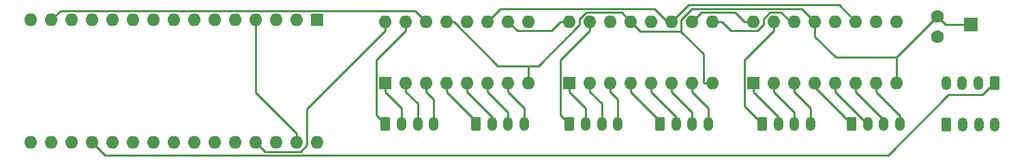
<source format=gbr>
%TF.GenerationSoftware,KiCad,Pcbnew,7.0.10*%
%TF.CreationDate,2024-06-02T15:41:47+02:00*%
%TF.ProjectId,eBoard_pcb,65426f61-7264-45f7-9063-622e6b696361,rev?*%
%TF.SameCoordinates,Original*%
%TF.FileFunction,Copper,L2,Bot*%
%TF.FilePolarity,Positive*%
%FSLAX46Y46*%
G04 Gerber Fmt 4.6, Leading zero omitted, Abs format (unit mm)*
G04 Created by KiCad (PCBNEW 7.0.10) date 2024-06-02 15:41:47*
%MOMM*%
%LPD*%
G01*
G04 APERTURE LIST*
G04 Aperture macros list*
%AMRoundRect*
0 Rectangle with rounded corners*
0 $1 Rounding radius*
0 $2 $3 $4 $5 $6 $7 $8 $9 X,Y pos of 4 corners*
0 Add a 4 corners polygon primitive as box body*
4,1,4,$2,$3,$4,$5,$6,$7,$8,$9,$2,$3,0*
0 Add four circle primitives for the rounded corners*
1,1,$1+$1,$2,$3*
1,1,$1+$1,$4,$5*
1,1,$1+$1,$6,$7*
1,1,$1+$1,$8,$9*
0 Add four rect primitives between the rounded corners*
20,1,$1+$1,$2,$3,$4,$5,0*
20,1,$1+$1,$4,$5,$6,$7,0*
20,1,$1+$1,$6,$7,$8,$9,0*
20,1,$1+$1,$8,$9,$2,$3,0*%
G04 Aperture macros list end*
%TA.AperFunction,ComponentPad*%
%ADD10RoundRect,0.250000X-0.350000X-0.625000X0.350000X-0.625000X0.350000X0.625000X-0.350000X0.625000X0*%
%TD*%
%TA.AperFunction,ComponentPad*%
%ADD11O,1.200000X1.750000*%
%TD*%
%TA.AperFunction,ComponentPad*%
%ADD12R,1.600000X1.600000*%
%TD*%
%TA.AperFunction,ComponentPad*%
%ADD13O,1.600000X1.600000*%
%TD*%
%TA.AperFunction,ComponentPad*%
%ADD14RoundRect,0.250000X0.350000X0.625000X-0.350000X0.625000X-0.350000X-0.625000X0.350000X-0.625000X0*%
%TD*%
%TA.AperFunction,ComponentPad*%
%ADD15C,1.600000*%
%TD*%
%TA.AperFunction,ComponentPad*%
%ADD16R,1.700000X1.700000*%
%TD*%
%TA.AperFunction,Conductor*%
%ADD17C,0.250000*%
%TD*%
G04 APERTURE END LIST*
D10*
%TO.P,J5,1,Pin_1*%
%TO.N,Net-(J5-Pin_1)*%
X199200000Y-71744500D03*
D11*
%TO.P,J5,2,Pin_2*%
%TO.N,Net-(J5-Pin_2)*%
X201200000Y-71744500D03*
%TO.P,J5,3,Pin_3*%
%TO.N,Net-(J5-Pin_3)*%
X203200000Y-71744500D03*
%TO.P,J5,4,Pin_4*%
%TO.N,Net-(J5-Pin_4)*%
X205200000Y-71744500D03*
%TD*%
D12*
%TO.P,A1,1,TX1*%
%TO.N,unconnected-(A1-TX1-Pad1)*%
X143930000Y-58820000D03*
D13*
%TO.P,A1,2,RX1*%
%TO.N,unconnected-(A1-RX1-Pad2)*%
X141390000Y-58820000D03*
%TO.P,A1,3,~{RESET}*%
%TO.N,unconnected-(A1-~{RESET}-Pad3)*%
X138850000Y-58820000D03*
%TO.P,A1,4,GND*%
%TO.N,GND*%
X136310000Y-58820000D03*
%TO.P,A1,5,D2*%
%TO.N,unconnected-(A1-D2-Pad5)*%
X133770000Y-58820000D03*
%TO.P,A1,6,D3*%
%TO.N,unconnected-(A1-D3-Pad6)*%
X131230000Y-58820000D03*
%TO.P,A1,7,D4*%
%TO.N,led_latch*%
X128690000Y-58820000D03*
%TO.P,A1,8,D5*%
%TO.N,hall_latch*%
X126150000Y-58820000D03*
%TO.P,A1,9,D6*%
%TO.N,unconnected-(A1-D6-Pad9)*%
X123610000Y-58820000D03*
%TO.P,A1,10,D7*%
%TO.N,unconnected-(A1-D7-Pad10)*%
X121070000Y-58820000D03*
%TO.P,A1,11,D8*%
%TO.N,unconnected-(A1-D8-Pad11)*%
X118530000Y-58820000D03*
%TO.P,A1,12,D9*%
%TO.N,unconnected-(A1-D9-Pad12)*%
X115990000Y-58820000D03*
%TO.P,A1,13,D10*%
%TO.N,unconnected-(A1-D10-Pad13)*%
X113450000Y-58820000D03*
%TO.P,A1,14,MOSI*%
%TO.N,data_in*%
X110910000Y-58820000D03*
%TO.P,A1,15,MISO*%
%TO.N,unconnected-(A1-MISO-Pad15)*%
X108370000Y-58820000D03*
%TO.P,A1,16,SCK*%
%TO.N,clck*%
X108370000Y-74060000D03*
%TO.P,A1,17,3V3*%
%TO.N,unconnected-(A1-3V3-Pad17)*%
X110910000Y-74060000D03*
%TO.P,A1,18,AREF*%
%TO.N,unconnected-(A1-AREF-Pad18)*%
X113450000Y-74060000D03*
%TO.P,A1,19,A0*%
%TO.N,Net-(A1-A0)*%
X115990000Y-74060000D03*
%TO.P,A1,20,A1*%
%TO.N,Net-(A1-A1)*%
X118530000Y-74060000D03*
%TO.P,A1,21,A2*%
%TO.N,Net-(A1-A2)*%
X121070000Y-74060000D03*
%TO.P,A1,22,A3*%
%TO.N,Net-(A1-A3)*%
X123610000Y-74060000D03*
%TO.P,A1,23,SDA/A4*%
%TO.N,Net-(A1-SDA{slash}A4)*%
X126150000Y-74060000D03*
%TO.P,A1,24,SCL/A5*%
%TO.N,Net-(A1-SCL{slash}A5)*%
X128690000Y-74060000D03*
%TO.P,A1,25,A6*%
%TO.N,Net-(A1-A6)*%
X131230000Y-74060000D03*
%TO.P,A1,26,A7*%
%TO.N,Net-(A1-A7)*%
X133770000Y-74060000D03*
%TO.P,A1,27,+5V*%
%TO.N,Vcc*%
X136310000Y-74060000D03*
%TO.P,A1,28,~{RESET}*%
%TO.N,unconnected-(A1-~{RESET}-Pad28)*%
X138850000Y-74060000D03*
%TO.P,A1,29,GND*%
%TO.N,GND*%
X141390000Y-74060000D03*
%TO.P,A1,30,VIN*%
%TO.N,unconnected-(A1-VIN-Pad30)*%
X143930000Y-74060000D03*
%TD*%
D10*
%TO.P,J3,1,Pin_1*%
%TO.N,Net-(J3-Pin_1)*%
X175260000Y-71744500D03*
D11*
%TO.P,J3,2,Pin_2*%
%TO.N,Net-(J3-Pin_2)*%
X177260000Y-71744500D03*
%TO.P,J3,3,Pin_3*%
%TO.N,Net-(J3-Pin_3)*%
X179260000Y-71744500D03*
%TO.P,J3,4,Pin_4*%
%TO.N,Net-(J3-Pin_4)*%
X181260000Y-71744500D03*
%TD*%
D12*
%TO.P,U2,1,QB*%
%TO.N,Net-(J3-Pin_2)*%
X175260000Y-66664500D03*
D13*
%TO.P,U2,2,QC*%
%TO.N,Net-(J3-Pin_3)*%
X177800000Y-66664500D03*
%TO.P,U2,3,QD*%
%TO.N,Net-(J3-Pin_4)*%
X180340000Y-66664500D03*
%TO.P,U2,4,QE*%
%TO.N,Net-(J4-Pin_1)*%
X182880000Y-66664500D03*
%TO.P,U2,5,QF*%
%TO.N,Net-(J4-Pin_2)*%
X185420000Y-66664500D03*
%TO.P,U2,6,QG*%
%TO.N,Net-(J4-Pin_3)*%
X187960000Y-66664500D03*
%TO.P,U2,7,QH*%
%TO.N,Net-(J4-Pin_4)*%
X190500000Y-66664500D03*
%TO.P,U2,8,GND*%
%TO.N,GND*%
X193040000Y-66664500D03*
%TO.P,U2,9,QH'*%
%TO.N,ovflw2*%
X193040000Y-59044500D03*
%TO.P,U2,10,~{SRCLR}*%
%TO.N,Vcc*%
X190500000Y-59044500D03*
%TO.P,U2,11,SRCLK*%
%TO.N,clck*%
X187960000Y-59044500D03*
%TO.P,U2,12,RCLK*%
%TO.N,led_latch*%
X185420000Y-59044500D03*
%TO.P,U2,13,~{OE}*%
%TO.N,GND*%
X182880000Y-59044500D03*
%TO.P,U2,14,SER*%
%TO.N,ovflw1*%
X180340000Y-59044500D03*
%TO.P,U2,15,QA*%
%TO.N,Net-(J3-Pin_1)*%
X177800000Y-59044500D03*
%TO.P,U2,16,VCC*%
%TO.N,Vcc*%
X175260000Y-59044500D03*
%TD*%
D14*
%TO.P,J8,1,Pin_1*%
%TO.N,Net-(A1-A0)*%
X228041100Y-66653100D03*
D11*
%TO.P,J8,2,Pin_2*%
%TO.N,Net-(A1-A1)*%
X226041100Y-66653100D03*
%TO.P,J8,3,Pin_3*%
%TO.N,Net-(A1-A2)*%
X224041100Y-66653100D03*
%TO.P,J8,4,Pin_4*%
%TO.N,Net-(A1-A3)*%
X222041100Y-66653100D03*
%TD*%
D10*
%TO.P,J9,1,Pin_1*%
%TO.N,Net-(A1-SDA{slash}A4)*%
X222100100Y-71841600D03*
D11*
%TO.P,J9,2,Pin_2*%
%TO.N,Net-(A1-SCL{slash}A5)*%
X224100100Y-71841600D03*
%TO.P,J9,3,Pin_3*%
%TO.N,Net-(A1-A6)*%
X226100100Y-71841600D03*
%TO.P,J9,4,Pin_4*%
%TO.N,Net-(A1-A7)*%
X228100100Y-71841600D03*
%TD*%
D10*
%TO.P,J4,1,Pin_1*%
%TO.N,Net-(J4-Pin_1)*%
X186500000Y-71744500D03*
D11*
%TO.P,J4,2,Pin_2*%
%TO.N,Net-(J4-Pin_2)*%
X188500000Y-71744500D03*
%TO.P,J4,3,Pin_3*%
%TO.N,Net-(J4-Pin_3)*%
X190500000Y-71744500D03*
%TO.P,J4,4,Pin_4*%
%TO.N,Net-(J4-Pin_4)*%
X192500000Y-71744500D03*
%TD*%
D12*
%TO.P,U3,1,QB*%
%TO.N,Net-(J5-Pin_2)*%
X198120000Y-66664500D03*
D13*
%TO.P,U3,2,QC*%
%TO.N,Net-(J5-Pin_3)*%
X200660000Y-66664500D03*
%TO.P,U3,3,QD*%
%TO.N,Net-(J5-Pin_4)*%
X203200000Y-66664500D03*
%TO.P,U3,4,QE*%
%TO.N,Net-(J6-Pin_1)*%
X205740000Y-66664500D03*
%TO.P,U3,5,QF*%
%TO.N,Net-(J6-Pin_2)*%
X208280000Y-66664500D03*
%TO.P,U3,6,QG*%
%TO.N,Net-(J6-Pin_3)*%
X210820000Y-66664500D03*
%TO.P,U3,7,QH*%
%TO.N,Net-(J6-Pin_4)*%
X213360000Y-66664500D03*
%TO.P,U3,8,GND*%
%TO.N,GND*%
X215900000Y-66664500D03*
%TO.P,U3,9,QH'*%
%TO.N,unconnected-(U3-QH'-Pad9)*%
X215900000Y-59044500D03*
%TO.P,U3,10,~{SRCLR}*%
%TO.N,Vcc*%
X213360000Y-59044500D03*
%TO.P,U3,11,SRCLK*%
%TO.N,clck*%
X210820000Y-59044500D03*
%TO.P,U3,12,RCLK*%
%TO.N,led_latch*%
X208280000Y-59044500D03*
%TO.P,U3,13,~{OE}*%
%TO.N,GND*%
X205740000Y-59044500D03*
%TO.P,U3,14,SER*%
%TO.N,ovflw2*%
X203200000Y-59044500D03*
%TO.P,U3,15,QA*%
%TO.N,Net-(J5-Pin_1)*%
X200660000Y-59044500D03*
%TO.P,U3,16,VCC*%
%TO.N,Vcc*%
X198120000Y-59044500D03*
%TD*%
D10*
%TO.P,J2,1,Pin_1*%
%TO.N,Net-(J2-Pin_1)*%
X163640000Y-71744500D03*
D11*
%TO.P,J2,2,Pin_2*%
%TO.N,Net-(J2-Pin_2)*%
X165640000Y-71744500D03*
%TO.P,J2,3,Pin_3*%
%TO.N,Net-(J2-Pin_3)*%
X167640000Y-71744500D03*
%TO.P,J2,4,Pin_4*%
%TO.N,Net-(J2-Pin_4)*%
X169640000Y-71744500D03*
%TD*%
D10*
%TO.P,J1,1,Pin_1*%
%TO.N,Net-(J1-Pin_1)*%
X152400000Y-71744500D03*
D11*
%TO.P,J1,2,Pin_2*%
%TO.N,Net-(J1-Pin_2)*%
X154400000Y-71744500D03*
%TO.P,J1,3,Pin_3*%
%TO.N,Net-(J1-Pin_3)*%
X156400000Y-71744500D03*
%TO.P,J1,4,Pin_4*%
%TO.N,Net-(J1-Pin_4)*%
X158400000Y-71744500D03*
%TD*%
D12*
%TO.P,U1,1,QB*%
%TO.N,Net-(J1-Pin_2)*%
X152400000Y-66664500D03*
D13*
%TO.P,U1,2,QC*%
%TO.N,Net-(J1-Pin_3)*%
X154940000Y-66664500D03*
%TO.P,U1,3,QD*%
%TO.N,Net-(J1-Pin_4)*%
X157480000Y-66664500D03*
%TO.P,U1,4,QE*%
%TO.N,Net-(J2-Pin_1)*%
X160020000Y-66664500D03*
%TO.P,U1,5,QF*%
%TO.N,Net-(J2-Pin_2)*%
X162560000Y-66664500D03*
%TO.P,U1,6,QG*%
%TO.N,Net-(J2-Pin_3)*%
X165100000Y-66664500D03*
%TO.P,U1,7,QH*%
%TO.N,Net-(J2-Pin_4)*%
X167640000Y-66664500D03*
%TO.P,U1,8,GND*%
%TO.N,GND*%
X170180000Y-66664500D03*
%TO.P,U1,9,QH'*%
%TO.N,ovflw1*%
X170180000Y-59044500D03*
%TO.P,U1,10,~{SRCLR}*%
%TO.N,Vcc*%
X167640000Y-59044500D03*
%TO.P,U1,11,SRCLK*%
%TO.N,clck*%
X165100000Y-59044500D03*
%TO.P,U1,12,RCLK*%
%TO.N,hall_latch*%
X162560000Y-59044500D03*
%TO.P,U1,13,~{OE}*%
%TO.N,GND*%
X160020000Y-59044500D03*
%TO.P,U1,14,SER*%
%TO.N,data_in*%
X157480000Y-59044500D03*
%TO.P,U1,15,QA*%
%TO.N,Net-(J1-Pin_1)*%
X154940000Y-59044500D03*
%TO.P,U1,16,VCC*%
%TO.N,Vcc*%
X152400000Y-59044500D03*
%TD*%
D15*
%TO.P,C2,1*%
%TO.N,Vcc*%
X220980000Y-60920000D03*
%TO.P,C2,2*%
%TO.N,GND*%
X220980000Y-58420000D03*
%TD*%
D16*
%TO.P,J7,1,Pin_1*%
%TO.N,GND*%
X225101900Y-59425200D03*
%TD*%
D10*
%TO.P,J6,1,Pin_1*%
%TO.N,Net-(J6-Pin_1)*%
X210280000Y-71744500D03*
D11*
%TO.P,J6,2,Pin_2*%
%TO.N,Net-(J6-Pin_2)*%
X212280000Y-71744500D03*
%TO.P,J6,3,Pin_3*%
%TO.N,Net-(J6-Pin_3)*%
X214280000Y-71744500D03*
%TO.P,J6,4,Pin_4*%
%TO.N,Net-(J6-Pin_4)*%
X216280000Y-71744500D03*
%TD*%
D17*
%TO.N,Net-(J4-Pin_2)*%
X188500000Y-71744500D02*
X188500000Y-70871600D01*
X188171000Y-70542600D02*
X188171000Y-70542400D01*
X188171000Y-70542400D02*
X185420000Y-67791400D01*
X188500000Y-70871600D02*
X188171000Y-70542600D01*
X185420000Y-67791400D02*
X185420000Y-66664500D01*
%TO.N,GND*%
X220980000Y-58420000D02*
X215900000Y-63500000D01*
X166388000Y-64518800D02*
X160913700Y-59044500D01*
X177343000Y-57887900D02*
X181723400Y-57887900D01*
X176530000Y-59389900D02*
X176530000Y-58700500D01*
X189085000Y-58819100D02*
X189085000Y-60171300D01*
X191913000Y-63063100D02*
X191913000Y-66664500D01*
X191913000Y-66664500D02*
X193040000Y-66664500D01*
X189053000Y-60203300D02*
X191913000Y-63063100D01*
X184038800Y-60203300D02*
X189053000Y-60203300D01*
X136310000Y-67853100D02*
X136310000Y-58820000D01*
X215900000Y-63500000D02*
X215900000Y-66664500D01*
X204123600Y-57428100D02*
X190476000Y-57428100D01*
X171401000Y-64518800D02*
X176530000Y-59389900D01*
X225102000Y-59425200D02*
X225101900Y-59425200D01*
X205740000Y-59044500D02*
X204123600Y-57428100D01*
X176530000Y-58700500D02*
X177343000Y-57887900D01*
X141390000Y-72933100D02*
X136310000Y-67853100D01*
X189085000Y-60171300D02*
X189053000Y-60203300D01*
X160913700Y-59044500D02*
X160020000Y-59044500D01*
X225101900Y-59425200D02*
X221985000Y-59425200D01*
X141390000Y-74060000D02*
X141390000Y-72933100D01*
X205740000Y-60904750D02*
X208335250Y-63500000D01*
X170180000Y-66664500D02*
X170180000Y-64518800D01*
X182880000Y-59044500D02*
X184038800Y-60203300D01*
X205740000Y-59044500D02*
X205740000Y-60904750D01*
X181723400Y-57887900D02*
X182880000Y-59044500D01*
X190476000Y-57428100D02*
X189085000Y-58819100D01*
X170180000Y-64518800D02*
X171401000Y-64518800D01*
X170180000Y-64518800D02*
X166388000Y-64518800D01*
X221985000Y-59425200D02*
X220980000Y-58420000D01*
X208335250Y-63500000D02*
X215900000Y-63500000D01*
%TO.N,data_in*%
X112042500Y-57687500D02*
X156123000Y-57687500D01*
X110910000Y-58820000D02*
X112042500Y-57687500D01*
X156123000Y-57687500D02*
X157480000Y-59044500D01*
%TO.N,clck*%
X187960000Y-59044500D02*
X187457500Y-59044500D01*
X187457500Y-59044500D02*
X185842800Y-57429800D01*
X208731100Y-56955600D02*
X190049000Y-56955600D01*
X185842800Y-57429800D02*
X166714700Y-57429800D01*
X210820000Y-59044500D02*
X208731100Y-56955600D01*
X190049000Y-56955600D02*
X187960000Y-59044500D01*
X166714700Y-57429800D02*
X165100000Y-59044500D01*
%TO.N,Net-(J1-Pin_1)*%
X151273000Y-63838300D02*
X151273000Y-70617600D01*
X154940000Y-60171400D02*
X151273000Y-63838300D01*
X151273000Y-70617600D02*
X152400000Y-71744500D01*
X154940000Y-59044500D02*
X154940000Y-60171400D01*
%TO.N,Net-(J1-Pin_2)*%
X152400000Y-66664500D02*
X152400000Y-67791400D01*
X152400000Y-67791400D02*
X154400000Y-69791400D01*
X154400000Y-69791400D02*
X154400000Y-71744500D01*
%TO.N,Net-(J1-Pin_3)*%
X154940000Y-67791400D02*
X156400000Y-69251400D01*
X154940000Y-66664500D02*
X154940000Y-67791400D01*
X156400000Y-69251400D02*
X156400000Y-71744500D01*
%TO.N,Net-(J1-Pin_4)*%
X158400000Y-68711400D02*
X158400000Y-71744500D01*
X157480000Y-66664500D02*
X157480000Y-67791400D01*
X157480000Y-67791400D02*
X158400000Y-68711400D01*
%TO.N,Net-(J2-Pin_1)*%
X160020000Y-66664500D02*
X160020000Y-67791400D01*
X160020000Y-67791400D02*
X163640000Y-71411400D01*
X163640000Y-71411400D02*
X163640000Y-71744500D01*
%TO.N,Net-(J2-Pin_2)*%
X165311000Y-70542600D02*
X165311000Y-70542400D01*
X165640000Y-70871600D02*
X165311000Y-70542600D01*
X162560000Y-67791400D02*
X162560000Y-66664500D01*
X165640000Y-71744500D02*
X165640000Y-70871600D01*
X165311000Y-70542400D02*
X162560000Y-67791400D01*
%TO.N,Net-(J2-Pin_3)*%
X167640000Y-71744500D02*
X167640000Y-70331400D01*
X165100000Y-67791400D02*
X165100000Y-66664500D01*
X167640000Y-70331400D02*
X165100000Y-67791400D01*
%TO.N,Net-(J2-Pin_4)*%
X167640000Y-66664500D02*
X167640000Y-67791400D01*
X167640000Y-67791400D02*
X169640000Y-69791400D01*
X169640000Y-69791400D02*
X169640000Y-71744500D01*
%TO.N,Net-(J3-Pin_1)*%
X177800000Y-60171400D02*
X174133000Y-63838300D01*
X174133000Y-70617600D02*
X175260000Y-71744500D01*
X174133000Y-63838300D02*
X174133000Y-70617600D01*
X177800000Y-59044500D02*
X177800000Y-60171400D01*
%TO.N,Net-(J3-Pin_2)*%
X177260000Y-69791400D02*
X177260000Y-71744500D01*
X175260000Y-67791400D02*
X177260000Y-69791400D01*
X175260000Y-66664500D02*
X175260000Y-67791400D01*
%TO.N,Net-(J3-Pin_3)*%
X177800000Y-67791400D02*
X179260000Y-69251400D01*
X177800000Y-66664500D02*
X177800000Y-67791400D01*
X179260000Y-69251400D02*
X179260000Y-71744500D01*
%TO.N,Net-(J3-Pin_4)*%
X180340000Y-66664500D02*
X180340000Y-67791400D01*
X181260000Y-68711400D02*
X181260000Y-71744500D01*
X180340000Y-67791400D02*
X181260000Y-68711400D01*
%TO.N,Net-(J4-Pin_1)*%
X186500000Y-71411400D02*
X186500000Y-71744500D01*
X182880000Y-67791400D02*
X186500000Y-71411400D01*
X182880000Y-66664500D02*
X182880000Y-67791400D01*
%TO.N,Net-(J4-Pin_3)*%
X190500000Y-70331400D02*
X187960000Y-67791400D01*
X187960000Y-67791400D02*
X187960000Y-66664500D01*
X190500000Y-71744500D02*
X190500000Y-70331400D01*
%TO.N,Net-(J4-Pin_4)*%
X190500000Y-67791400D02*
X192500000Y-69791400D01*
X192500000Y-69791400D02*
X192500000Y-71744500D01*
X190500000Y-66664500D02*
X190500000Y-67791400D01*
%TO.N,Net-(J5-Pin_1)*%
X200660000Y-60171400D02*
X196993000Y-63838300D01*
X196993000Y-69537600D02*
X199200000Y-71744500D01*
X200660000Y-59044500D02*
X200660000Y-60171400D01*
X196993000Y-63838300D02*
X196993000Y-69537600D01*
%TO.N,Net-(J5-Pin_2)*%
X200871000Y-70542400D02*
X198120000Y-67791400D01*
X201200000Y-71744500D02*
X201200000Y-70871600D01*
X200871000Y-70542600D02*
X200871000Y-70542400D01*
X201200000Y-70871600D02*
X200871000Y-70542600D01*
X198120000Y-67791400D02*
X198120000Y-66664500D01*
%TO.N,Net-(J5-Pin_3)*%
X203200000Y-70331400D02*
X203200000Y-71744500D01*
X200660000Y-67791400D02*
X203200000Y-70331400D01*
X200660000Y-66664500D02*
X200660000Y-67791400D01*
%TO.N,Net-(J5-Pin_4)*%
X205200000Y-69791400D02*
X203200000Y-67791400D01*
X203200000Y-67791400D02*
X203200000Y-66664500D01*
X205200000Y-71744500D02*
X205200000Y-69791400D01*
%TO.N,Net-(J6-Pin_1)*%
X205740000Y-67204500D02*
X210280000Y-71744500D01*
X205740000Y-66664500D02*
X205740000Y-67204500D01*
%TO.N,Net-(J6-Pin_2)*%
X208280000Y-67791400D02*
X208280000Y-66664500D01*
X212280000Y-71744500D02*
X212233100Y-71744500D01*
X212233100Y-71744500D02*
X208280000Y-67791400D01*
%TO.N,Net-(J6-Pin_3)*%
X210820000Y-66664500D02*
X210820000Y-67791400D01*
X210820000Y-67791400D02*
X214280000Y-71251400D01*
X214280000Y-71251400D02*
X214280000Y-71744500D01*
%TO.N,Net-(J6-Pin_4)*%
X216280000Y-71744500D02*
X216280000Y-70711600D01*
X216111000Y-70542600D02*
X216111000Y-70542400D01*
X216111000Y-70542400D02*
X213360000Y-67791400D01*
X216280000Y-70711600D02*
X216111000Y-70542600D01*
X213360000Y-67791400D02*
X213360000Y-66664500D01*
%TO.N,Vcc*%
X142660000Y-74413500D02*
X141885000Y-75188700D01*
X174133000Y-59044500D02*
X175260000Y-59044500D01*
X152400000Y-60171400D02*
X142660000Y-69911400D01*
X190500000Y-59044500D02*
X191644200Y-57900300D01*
X152400000Y-59044500D02*
X152400000Y-60171400D01*
X137438700Y-75188700D02*
X136310000Y-74060000D01*
X195849000Y-57900300D02*
X196993000Y-59044500D01*
X167640000Y-59044500D02*
X168773100Y-60177600D01*
X141885000Y-75188700D02*
X137438700Y-75188700D01*
X173000000Y-60177600D02*
X174133000Y-59044500D01*
X142660000Y-69911400D02*
X142660000Y-74413500D01*
X191644200Y-57900300D02*
X195849000Y-57900300D01*
X196993000Y-59044500D02*
X198120000Y-59044500D01*
X168773100Y-60177600D02*
X173000000Y-60177600D01*
%TO.N,ovflw2*%
X202697500Y-59044500D02*
X203200000Y-59044500D01*
X193040000Y-59044500D02*
X194167000Y-59044500D01*
X201552500Y-57899500D02*
X202697500Y-59044500D01*
X198632000Y-60184800D02*
X199390000Y-59426700D01*
X195307000Y-60184800D02*
X198632000Y-60184800D01*
X200165000Y-57899500D02*
X201552500Y-57899500D01*
X199390000Y-58674800D02*
X200165000Y-57899500D01*
X199390000Y-59426700D02*
X199390000Y-58674800D01*
X194167000Y-59044500D02*
X195307000Y-60184800D01*
%TO.N,Net-(A1-A0)*%
X117573900Y-75643900D02*
X214840000Y-75643900D01*
X227391100Y-67303000D02*
X228041000Y-66653100D01*
X226551000Y-68143200D02*
X227391100Y-67303000D01*
X222341000Y-68143200D02*
X226551000Y-68143200D01*
X227391100Y-67303000D02*
X227391200Y-67303000D01*
X214840000Y-75643900D02*
X222341000Y-68143200D01*
X115990000Y-74060000D02*
X117573900Y-75643900D01*
X227391200Y-67303000D02*
X228041100Y-66653100D01*
%TD*%
M02*

</source>
